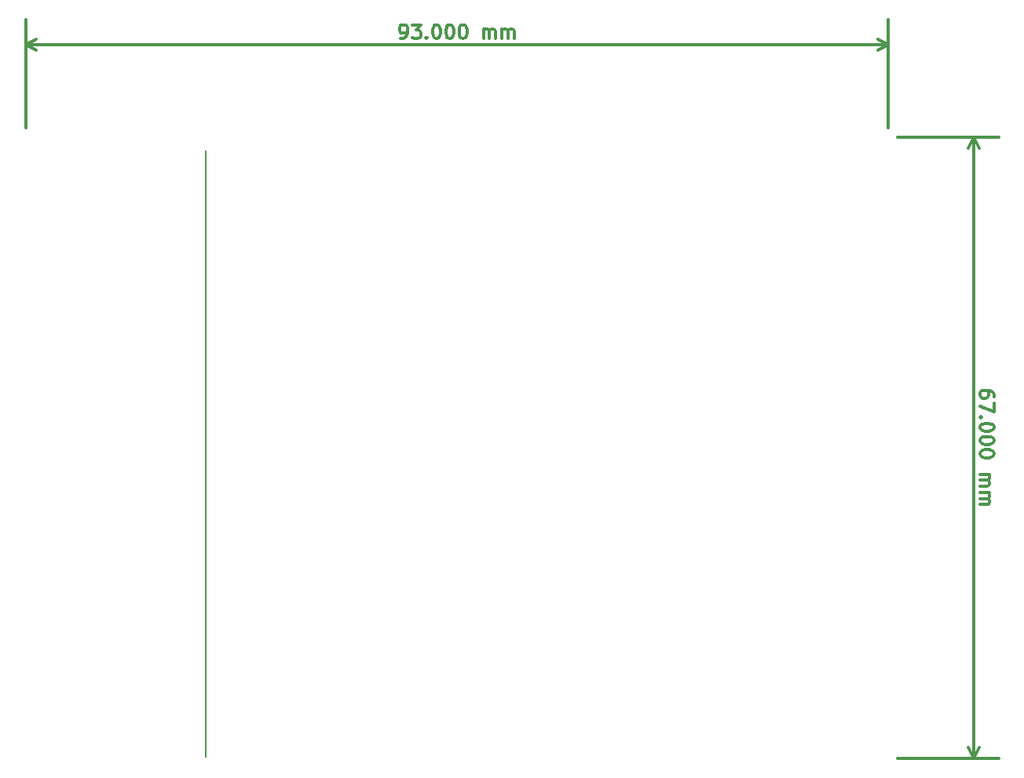
<source format=gbr>
G04 #@! TF.GenerationSoftware,KiCad,Pcbnew,5.0.0-fee4fd1~66~ubuntu16.04.1*
G04 #@! TF.CreationDate,2018-09-26T21:08:34+02:00*
G04 #@! TF.ProjectId,switch_3pole_5x,7377697463685F33706F6C655F35782E,A*
G04 #@! TF.SameCoordinates,Original*
G04 #@! TF.FileFunction,Drawing*
%FSLAX46Y46*%
G04 Gerber Fmt 4.6, Leading zero omitted, Abs format (unit mm)*
G04 Created by KiCad (PCBNEW 5.0.0-fee4fd1~66~ubuntu16.04.1) date Wed Sep 26 21:08:34 2018*
%MOMM*%
%LPD*%
G01*
G04 APERTURE LIST*
%ADD10C,0.200000*%
%ADD11C,0.300000*%
G04 APERTURE END LIST*
D10*
X119380000Y-51435000D02*
X119380000Y-116840000D01*
D11*
X204371428Y-78000000D02*
X204371428Y-77714285D01*
X204300000Y-77571428D01*
X204228571Y-77500000D01*
X204014285Y-77357142D01*
X203728571Y-77285714D01*
X203157142Y-77285714D01*
X203014285Y-77357142D01*
X202942857Y-77428571D01*
X202871428Y-77571428D01*
X202871428Y-77857142D01*
X202942857Y-78000000D01*
X203014285Y-78071428D01*
X203157142Y-78142857D01*
X203514285Y-78142857D01*
X203657142Y-78071428D01*
X203728571Y-78000000D01*
X203800000Y-77857142D01*
X203800000Y-77571428D01*
X203728571Y-77428571D01*
X203657142Y-77357142D01*
X203514285Y-77285714D01*
X204371428Y-78642857D02*
X204371428Y-79642857D01*
X202871428Y-79000000D01*
X203014285Y-80214285D02*
X202942857Y-80285714D01*
X202871428Y-80214285D01*
X202942857Y-80142857D01*
X203014285Y-80214285D01*
X202871428Y-80214285D01*
X204371428Y-81214285D02*
X204371428Y-81357142D01*
X204300000Y-81500000D01*
X204228571Y-81571428D01*
X204085714Y-81642857D01*
X203800000Y-81714285D01*
X203442857Y-81714285D01*
X203157142Y-81642857D01*
X203014285Y-81571428D01*
X202942857Y-81500000D01*
X202871428Y-81357142D01*
X202871428Y-81214285D01*
X202942857Y-81071428D01*
X203014285Y-81000000D01*
X203157142Y-80928571D01*
X203442857Y-80857142D01*
X203800000Y-80857142D01*
X204085714Y-80928571D01*
X204228571Y-81000000D01*
X204300000Y-81071428D01*
X204371428Y-81214285D01*
X204371428Y-82642857D02*
X204371428Y-82785714D01*
X204300000Y-82928571D01*
X204228571Y-83000000D01*
X204085714Y-83071428D01*
X203800000Y-83142857D01*
X203442857Y-83142857D01*
X203157142Y-83071428D01*
X203014285Y-83000000D01*
X202942857Y-82928571D01*
X202871428Y-82785714D01*
X202871428Y-82642857D01*
X202942857Y-82500000D01*
X203014285Y-82428571D01*
X203157142Y-82357142D01*
X203442857Y-82285714D01*
X203800000Y-82285714D01*
X204085714Y-82357142D01*
X204228571Y-82428571D01*
X204300000Y-82500000D01*
X204371428Y-82642857D01*
X204371428Y-84071428D02*
X204371428Y-84214285D01*
X204300000Y-84357142D01*
X204228571Y-84428571D01*
X204085714Y-84500000D01*
X203800000Y-84571428D01*
X203442857Y-84571428D01*
X203157142Y-84500000D01*
X203014285Y-84428571D01*
X202942857Y-84357142D01*
X202871428Y-84214285D01*
X202871428Y-84071428D01*
X202942857Y-83928571D01*
X203014285Y-83857142D01*
X203157142Y-83785714D01*
X203442857Y-83714285D01*
X203800000Y-83714285D01*
X204085714Y-83785714D01*
X204228571Y-83857142D01*
X204300000Y-83928571D01*
X204371428Y-84071428D01*
X202871428Y-86357142D02*
X203871428Y-86357142D01*
X203728571Y-86357142D02*
X203800000Y-86428571D01*
X203871428Y-86571428D01*
X203871428Y-86785714D01*
X203800000Y-86928571D01*
X203657142Y-87000000D01*
X202871428Y-87000000D01*
X203657142Y-87000000D02*
X203800000Y-87071428D01*
X203871428Y-87214285D01*
X203871428Y-87428571D01*
X203800000Y-87571428D01*
X203657142Y-87642857D01*
X202871428Y-87642857D01*
X202871428Y-88357142D02*
X203871428Y-88357142D01*
X203728571Y-88357142D02*
X203800000Y-88428571D01*
X203871428Y-88571428D01*
X203871428Y-88785714D01*
X203800000Y-88928571D01*
X203657142Y-89000000D01*
X202871428Y-89000000D01*
X203657142Y-89000000D02*
X203800000Y-89071428D01*
X203871428Y-89214285D01*
X203871428Y-89428571D01*
X203800000Y-89571428D01*
X203657142Y-89642857D01*
X202871428Y-89642857D01*
X202200000Y-50000000D02*
X202200000Y-117000000D01*
X194000000Y-50000000D02*
X204900000Y-50000000D01*
X194000000Y-117000000D02*
X204900000Y-117000000D01*
X202200000Y-117000000D02*
X201613579Y-115873496D01*
X202200000Y-117000000D02*
X202786421Y-115873496D01*
X202200000Y-50000000D02*
X201613579Y-51126504D01*
X202200000Y-50000000D02*
X202786421Y-51126504D01*
X140428571Y-39328571D02*
X140714285Y-39328571D01*
X140857142Y-39257142D01*
X140928571Y-39185714D01*
X141071428Y-38971428D01*
X141142857Y-38685714D01*
X141142857Y-38114285D01*
X141071428Y-37971428D01*
X141000000Y-37900000D01*
X140857142Y-37828571D01*
X140571428Y-37828571D01*
X140428571Y-37900000D01*
X140357142Y-37971428D01*
X140285714Y-38114285D01*
X140285714Y-38471428D01*
X140357142Y-38614285D01*
X140428571Y-38685714D01*
X140571428Y-38757142D01*
X140857142Y-38757142D01*
X141000000Y-38685714D01*
X141071428Y-38614285D01*
X141142857Y-38471428D01*
X141642857Y-37828571D02*
X142571428Y-37828571D01*
X142071428Y-38400000D01*
X142285714Y-38400000D01*
X142428571Y-38471428D01*
X142500000Y-38542857D01*
X142571428Y-38685714D01*
X142571428Y-39042857D01*
X142500000Y-39185714D01*
X142428571Y-39257142D01*
X142285714Y-39328571D01*
X141857142Y-39328571D01*
X141714285Y-39257142D01*
X141642857Y-39185714D01*
X143214285Y-39185714D02*
X143285714Y-39257142D01*
X143214285Y-39328571D01*
X143142857Y-39257142D01*
X143214285Y-39185714D01*
X143214285Y-39328571D01*
X144214285Y-37828571D02*
X144357142Y-37828571D01*
X144500000Y-37900000D01*
X144571428Y-37971428D01*
X144642857Y-38114285D01*
X144714285Y-38400000D01*
X144714285Y-38757142D01*
X144642857Y-39042857D01*
X144571428Y-39185714D01*
X144500000Y-39257142D01*
X144357142Y-39328571D01*
X144214285Y-39328571D01*
X144071428Y-39257142D01*
X144000000Y-39185714D01*
X143928571Y-39042857D01*
X143857142Y-38757142D01*
X143857142Y-38400000D01*
X143928571Y-38114285D01*
X144000000Y-37971428D01*
X144071428Y-37900000D01*
X144214285Y-37828571D01*
X145642857Y-37828571D02*
X145785714Y-37828571D01*
X145928571Y-37900000D01*
X146000000Y-37971428D01*
X146071428Y-38114285D01*
X146142857Y-38400000D01*
X146142857Y-38757142D01*
X146071428Y-39042857D01*
X146000000Y-39185714D01*
X145928571Y-39257142D01*
X145785714Y-39328571D01*
X145642857Y-39328571D01*
X145500000Y-39257142D01*
X145428571Y-39185714D01*
X145357142Y-39042857D01*
X145285714Y-38757142D01*
X145285714Y-38400000D01*
X145357142Y-38114285D01*
X145428571Y-37971428D01*
X145500000Y-37900000D01*
X145642857Y-37828571D01*
X147071428Y-37828571D02*
X147214285Y-37828571D01*
X147357142Y-37900000D01*
X147428571Y-37971428D01*
X147500000Y-38114285D01*
X147571428Y-38400000D01*
X147571428Y-38757142D01*
X147500000Y-39042857D01*
X147428571Y-39185714D01*
X147357142Y-39257142D01*
X147214285Y-39328571D01*
X147071428Y-39328571D01*
X146928571Y-39257142D01*
X146857142Y-39185714D01*
X146785714Y-39042857D01*
X146714285Y-38757142D01*
X146714285Y-38400000D01*
X146785714Y-38114285D01*
X146857142Y-37971428D01*
X146928571Y-37900000D01*
X147071428Y-37828571D01*
X149357142Y-39328571D02*
X149357142Y-38328571D01*
X149357142Y-38471428D02*
X149428571Y-38400000D01*
X149571428Y-38328571D01*
X149785714Y-38328571D01*
X149928571Y-38400000D01*
X150000000Y-38542857D01*
X150000000Y-39328571D01*
X150000000Y-38542857D02*
X150071428Y-38400000D01*
X150214285Y-38328571D01*
X150428571Y-38328571D01*
X150571428Y-38400000D01*
X150642857Y-38542857D01*
X150642857Y-39328571D01*
X151357142Y-39328571D02*
X151357142Y-38328571D01*
X151357142Y-38471428D02*
X151428571Y-38400000D01*
X151571428Y-38328571D01*
X151785714Y-38328571D01*
X151928571Y-38400000D01*
X152000000Y-38542857D01*
X152000000Y-39328571D01*
X152000000Y-38542857D02*
X152071428Y-38400000D01*
X152214285Y-38328571D01*
X152428571Y-38328571D01*
X152571428Y-38400000D01*
X152642857Y-38542857D01*
X152642857Y-39328571D01*
X100000000Y-40000000D02*
X193000000Y-40000000D01*
X100000000Y-49000000D02*
X100000000Y-37300000D01*
X193000000Y-49000000D02*
X193000000Y-37300000D01*
X193000000Y-40000000D02*
X191873496Y-40586421D01*
X193000000Y-40000000D02*
X191873496Y-39413579D01*
X100000000Y-40000000D02*
X101126504Y-40586421D01*
X100000000Y-40000000D02*
X101126504Y-39413579D01*
M02*

</source>
